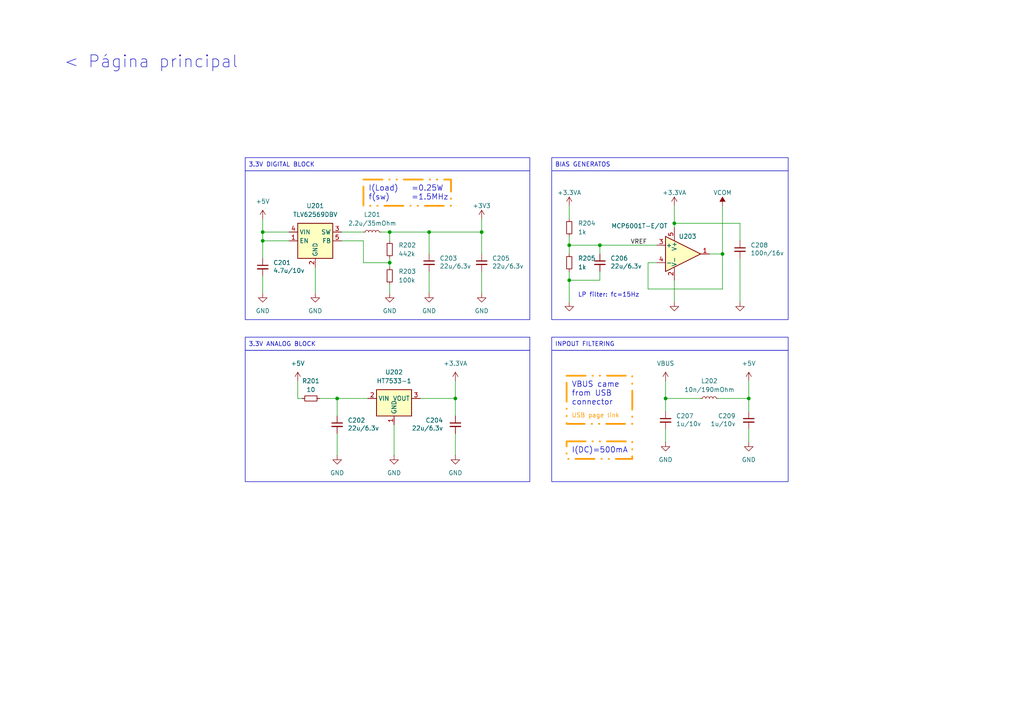
<source format=kicad_sch>
(kicad_sch (version 20250114) (generator "eeschema") (generator_version "9.0")
  (paper "A4")
  (title_block (title "Miced Signal demo board"))
  (lib_symbols
    (symbol "+3.3VA_1" (power) (pin_numbers (hide yes)) (pin_names (offset 0) (hide yes))
      (property "Value" "+3.3VA" (at 0 3.556 0))
      (symbol "+3.3VA_1_0_1"
        (polyline (pts (xy -0.762 1.27) (xy 0 2.54)))
        (polyline (pts (xy 0 2.54) (xy 0.762 1.27)))
        (polyline (pts (xy 0 0) (xy 0 2.54)))
      )
      (symbol "+3.3VA_1_1_1"
        (pin power_in line (at 0 0 90) (length 0) (name "~") (number "1"))
      )
    )
    (symbol "Amplifier_Operational:MCP6001-OT" (pin_names (offset 0.127))
      (property "Reference" "U" (at -1.27 6.35 0))
      (property "Value" "MCP6001-OT" (at -1.27 3.81 0))
      (symbol "MCP6001-OT_0_1"
        (polyline (pts (xy -5.08 5.08) (xy 5.08 0) (xy -5.08 -5.08) (xy -5.08 5.08)) (stroke (width 0.254)) (fill (type background)))
        (pin power_in line (at -2.54 7.62 270) (length 3.81) (name "V+") (number "5"))
        (pin power_in line (at -2.54 -7.62 90) (length 3.81) (name "V-") (number "2"))
      )
      (symbol "MCP6001-OT_1_1"
        (pin input line (at -7.62 2.54 0) (length 2.54) (name "+") (number "3"))
        (pin input line (at -7.62 -2.54 0) (length 2.54) (name "-") (number "4"))
        (pin output line (at 7.62 0 180) (length 2.54) (name "~") (number "1"))
      )
    )
    (symbol "Device:C_Small" (pin_numbers (hide yes)) (pin_names (offset 0.254) (hide yes))
      (property "Reference" "C" (at 0.254 1.778 0))
      (property "Value" "C_Small" (at 0.254 -2.032 0))
      (symbol "C_Small_0_1"
        (polyline (pts (xy -1.524 0.508) (xy 1.524 0.508)) (stroke (width 0.3048)))
        (polyline (pts (xy -1.524 -0.508) (xy 1.524 -0.508)) (stroke (width 0.3302)))
      )
      (symbol "C_Small_1_1"
        (pin passive line (at 0 2.54 270) (length 2.032) (name "~") (number "1"))
        (pin passive line (at 0 -2.54 90) (length 2.032) (name "~") (number "2"))
      )
    )
    (symbol "Device:L_Small" (pin_numbers (hide yes)) (pin_names (offset 0.254) (hide yes))
      (property "Reference" "L" (at 0.762 1.016 0))
      (property "Value" "L_Small" (at 0.762 -1.016 0))
      (symbol "L_Small_0_1"
        (arc (start 0 2.032) (mid 0.5058 1.524) (end 0 1.016))
        (arc (start 0 1.016) (mid 0.5058 0.508) (end 0 0))
        (arc (start 0 0) (mid 0.5058 -0.508) (end 0 -1.016))
        (arc (start 0 -1.016) (mid 0.5058 -1.524) (end 0 -2.032))
      )
      (symbol "L_Small_1_1"
        (pin passive line (at 0 2.54 270) (length 0.508) (name "~") (number "1"))
        (pin passive line (at 0 -2.54 90) (length 0.508) (name "~") (number "2"))
      )
    )
    (symbol "Device:R_Small" (pin_numbers (hide yes)) (pin_names (offset 0.254) (hide yes))
      (property "Reference" "R" (at 0.762 0.508 0))
      (property "Value" "R_Small" (at 0.762 -1.016 0))
      (symbol "R_Small_0_1"
        (rectangle (start -0.762 1.778) (end 0.762 -1.778) (stroke (width 0.2032)))
      )
      (symbol "R_Small_1_1"
        (pin passive line (at 0 2.54 270) (length 0.762) (name "~") (number "1"))
        (pin passive line (at 0 -2.54 90) (length 0.762) (name "~") (number "2"))
      )
    )
    (symbol "GND_1" (power) (pin_numbers (hide yes)) (pin_names (offset 0) (hide yes))
      (property "Value" "GND" (at 0 -3.81 0))
      (symbol "GND_1_0_1"
        (polyline (pts (xy 0 0) (xy 0 -1.27) (xy 1.27 -1.27) (xy 0 -2.54) (xy -1.27 -1.27) (xy 0 -1.27)))
      )
      (symbol "GND_1_1_1"
        (pin power_in line (at 0 0 270) (length 0) (name "~") (number "1"))
      )
    )
    (symbol "GND_2" (power) (pin_numbers (hide yes)) (pin_names (offset 0) (hide yes))
      (property "Value" "GND" (at 0 -3.81 0))
      (symbol "GND_2_0_1"
        (polyline (pts (xy 0 0) (xy 0 -1.27) (xy 1.27 -1.27) (xy 0 -2.54) (xy -1.27 -1.27) (xy 0 -1.27)))
      )
      (symbol "GND_2_1_1"
        (pin power_in line (at 0 0 270) (length 0) (name "~") (number "1"))
      )
    )
    (symbol "GND_3" (power) (pin_numbers (hide yes)) (pin_names (offset 0) (hide yes))
      (property "Value" "GND" (at 0 -3.81 0))
      (symbol "GND_3_0_1"
        (polyline (pts (xy 0 0) (xy 0 -1.27) (xy 1.27 -1.27) (xy 0 -2.54) (xy -1.27 -1.27) (xy 0 -1.27)))
      )
      (symbol "GND_3_1_1"
        (pin power_in line (at 0 0 270) (length 0) (name "~") (number "1"))
      )
    )
    (symbol "GND_4" (power) (pin_numbers (hide yes)) (pin_names (offset 0) (hide yes))
      (property "Value" "GND" (at 0 -3.81 0))
      (symbol "GND_4_0_1"
        (polyline (pts (xy 0 0) (xy 0 -1.27) (xy 1.27 -1.27) (xy 0 -2.54) (xy -1.27 -1.27) (xy 0 -1.27)))
      )
      (symbol "GND_4_1_1"
        (pin power_in line (at 0 0 270) (length 0) (name "~") (number "1"))
      )
    )
    (symbol "Regulator_Linear:HT75xx-1-SOT89"
      (property "Reference" "U" (at -5.08 -3.81 0))
      (property "Value" "HT75xx-1-SOT89" (at 0 6.35 0))
      (symbol "HT75xx-1-SOT89_0_1"
        (rectangle (start -5.08 5.08) (end 5.08 -2.54) (stroke (width 0.254)) (fill (type background)))
      )
      (symbol "HT75xx-1-SOT89_1_1"
        (pin power_in line (at -7.62 2.54 0) (length 2.54) (name "VIN") (number "2"))
        (pin power_in line (at 0 -5.08 90) (length 2.54) (name "GND") (number "1"))
        (pin power_out line (at 7.62 2.54 180) (length 2.54) (name "VOUT") (number "3"))
      )
    )
    (symbol "Regulator_Switching:TLV62569DBV"
      (property "Reference" "U201" (at 0 10.16 0))
      (property "Value" "TLV62569DBV" (at 0 7.62 0))
      (symbol "TLV62569DBV_0_1"
        (rectangle (start -5.08 5.08) (end 5.08 -5.08) (stroke (width 0.254)) (fill (type background)))
      )
      (symbol "TLV62569DBV_1_1"
        (pin power_in line (at -7.62 2.54 0) (length 2.54) (name "VIN") (number "4"))
        (pin input line (at -7.62 0 0) (length 2.54) (name "EN") (number "1"))
        (pin power_in line (at 0 -7.62 90) (length 2.54) (name "GND") (number "2"))
        (pin power_out line (at 7.62 2.54 180) (length 2.54) (name "SW") (number "3"))
        (pin input line (at 7.62 0 180) (length 2.54) (name "FB") (number "5"))
      )
    )
    (symbol "power:+3.3VA" (power) (pin_names (offset 0))
      (property "Value" "+3.3VA" (at 0 3.556 0))
      (symbol "+3.3VA_0_1"
        (polyline (pts (xy -0.762 1.27) (xy 0 2.54)))
        (polyline (pts (xy 0 2.54) (xy 0.762 1.27)))
        (polyline (pts (xy 0 0) (xy 0 2.54)))
      )
      (symbol "+3.3VA_1_1"
        (pin power_in line (at 0 0 90) (length 0) (hide yes) (name "+3.3VA") (number "1"))
      )
    )
    (symbol "power:+3V3" (power) (pin_names (offset 0))
      (property "Value" "+3V3" (at 0 3.556 0))
      (symbol "+3V3_0_1"
        (polyline (pts (xy -0.762 1.27) (xy 0 2.54)))
        (polyline (pts (xy 0 2.54) (xy 0.762 1.27)))
        (polyline (pts (xy 0 0) (xy 0 2.54)))
      )
      (symbol "+3V3_1_1"
        (pin power_in line (at 0 0 90) (length 0) (hide yes) (name "+3V3") (number "1"))
      )
    )
    (symbol "power:+5V" (power) (pin_numbers (hide yes)) (pin_names (offset 0) (hide yes))
      (property "Value" "+5V" (at 0 3.556 0))
      (symbol "+5V_0_1"
        (polyline (pts (xy -0.762 1.27) (xy 0 2.54)))
        (polyline (pts (xy 0 2.54) (xy 0.762 1.27)))
        (polyline (pts (xy 0 0) (xy 0 2.54)))
      )
      (symbol "+5V_1_1"
        (pin power_in line (at 0 0 90) (length 0) (name "~") (number "1"))
      )
    )
    (symbol "power:GND" (power) (pin_names (offset 0))
      (property "Value" "GND" (at 0 -3.81 0))
      (symbol "GND_0_1"
        (polyline (pts (xy 0 0) (xy 0 -1.27) (xy 1.27 -1.27) (xy 0 -2.54) (xy -1.27 -1.27) (xy 0 -1.27)))
      )
      (symbol "GND_1_1"
        (pin power_in line (at 0 0 270) (length 0) (hide yes) (name "GND") (number "1"))
      )
    )
    (symbol "power:VBUS" (power) (pin_numbers (hide yes)) (pin_names (offset 0) (hide yes))
      (property "Value" "VBUS" (at 0 3.556 0))
      (symbol "VBUS_0_1"
        (polyline (pts (xy -0.762 1.27) (xy 0 2.54)))
        (polyline (pts (xy 0 2.54) (xy 0.762 1.27)))
        (polyline (pts (xy 0 0) (xy 0 2.54)))
      )
      (symbol "VBUS_1_1"
        (pin power_in line (at 0 0 90) (length 0) (name "~") (number "1"))
      )
    )
    (symbol "power:VCOM" (power) (pin_names (offset 0))
      (property "Value" "VCOM" (at 0 3.81 0))
      (symbol "VCOM_0_1"
        (polyline (pts (xy 0 0) (xy 0 2.54)))
        (polyline (pts (xy 0.762 1.27) (xy -0.762 1.27) (xy 0 2.54) (xy 0.762 1.27)) (fill (type outline)))
      )
      (symbol "VCOM_1_1"
        (pin power_in line (at 0 0 90) (length 0) (hide yes) (name "VCOM") (number "1"))
      )
    )
  )
  (rectangle (start 160.02 101.6) (end 228.6 139.7))
  (rectangle (start 71.12 49.53) (end 153.67 92.71))
  (rectangle (start 160.02 49.53) (end 228.6 92.71))
  (rectangle (start 71.12 101.6) (end 153.67 139.7))
  (text "LP filter: fc=15Hz" (at 167.64 86.36 0) (effects (font (size 1.27 1.27)) (justify left bottom)))
  (text "USB page link" (at 172.72 120.65 0) (effects (font (size 1.27 1.27))))
  (text_box "3.3V DIGITAL BLOCK" (at 71.12 45.72 0) (size 82.55 3.81) (margins 0.9525 0.9525 0.9525 0.9525) (effects (font (size 1.27 1.27)) (justify left)))
  (text_box "< Página principal" (at 12.7 12.7 0) (size 62.23 10.16) (margins 2.6249 2.6249 2.6249 2.6249) (stroke (width -0.0001)) (effects (font (size 3.5 3.5))))
  (text_box "BIAS GENERATOS" (at 160.02 45.72 0) (size 68.58 3.81) (margins 0.9525 0.9525 0.9525 0.9525) (effects (font (size 1.27 1.27)) (justify left)))
  (text_box "3.3V ANALOG BLOCK" (at 71.12 97.79 0) (size 82.55 3.81) (margins 0.9525 0.9525 0.9525 0.9525) (effects (font (size 1.27 1.27)) (justify left)))
  (text_box "VBUS came from USB connector" (at 164.338 108.966 0) (size 19.05 13.97) (margins 1.45 1.45 1.45 1.45) (stroke (width 0.5) (type dash_dot_dot) (color 255 153 0 1)) (effects (font (size 1.6 1.6)) (justify left top)))
  (text_box "I(DC)=500mA" (at 164.338 128.016 0) (size 19.05 5.08) (margins 1.45 1.45 1.45 1.45) (stroke (width 0.5) (type dash_dot_dot) (color 255 153 0 1)) (effects (font (size 1.6 1.6)) (justify left top)))
  (text_box "INPOUT FILTERING" (at 160.02 97.79 0) (size 68.58 3.81) (margins 0.9525 0.9525 0.9525 0.9525) (effects (font (size 1.27 1.27)) (justify left)))
  (text_box "I(Load)	=0.25W\nf(sw)	=1.5MHz" (at 105.41 52.07 0) (size 25.4 7.62) (margins 1.45 1.45 1.45 1.45) (stroke (width 0.5) (type dash_dot_dot) (color 255 153 0 1)) (effects (font (size 1.6 1.6)) (justify left top)))
  (junction (at 195.58 64.77))
  (junction (at 76.2 69.85))
  (junction (at 173.99 71.12))
  (junction (at 139.7 67.31))
  (junction (at 217.17 115.57))
  (junction (at 209.55 73.66))
  (junction (at 113.03 67.31))
  (junction (at 132.08 115.57))
  (junction (at 76.2 67.31))
  (junction (at 97.79 115.57))
  (junction (at 124.46 67.31))
  (junction (at 193.04 115.57))
  (junction (at 165.1 81.28))
  (junction (at 165.1 71.12))
  (junction (at 113.03 76.2))
  (wire (pts (xy 97.79 125.73) (xy 97.79 132.08)))
  (wire (pts (xy 195.58 87.63) (xy 195.58 81.28)))
  (wire (pts (xy 187.96 76.2) (xy 187.96 83.82)))
  (wire (pts (xy 195.58 59.69) (xy 195.58 64.77)))
  (wire (pts (xy 97.79 120.65) (xy 97.79 115.57)))
  (wire (pts (xy 76.2 69.85) (xy 83.82 69.85)))
  (wire (pts (xy 217.17 115.57) (xy 217.17 119.38)))
  (wire (pts (xy 132.08 115.57) (xy 132.08 120.65)))
  (wire (pts (xy 113.03 74.93) (xy 113.03 76.2)))
  (wire (pts (xy 139.7 63.5) (xy 139.7 67.31)))
  (wire (pts (xy 113.03 82.55) (xy 113.03 85.09)))
  (wire (pts (xy 121.92 115.57) (xy 132.08 115.57)))
  (wire (pts (xy 139.7 67.31) (xy 124.46 67.31)))
  (wire (pts (xy 92.71 115.57) (xy 97.79 115.57)))
  (wire (pts (xy 76.2 74.93) (xy 76.2 69.85)))
  (wire (pts (xy 113.03 76.2) (xy 113.03 77.47)))
  (wire (pts (xy 214.63 74.93) (xy 214.63 87.63)))
  (wire (pts (xy 97.79 115.57) (xy 106.68 115.57)))
  (wire (pts (xy 217.17 110.49) (xy 217.17 115.57)))
  (wire (pts (xy 209.55 73.66) (xy 209.55 83.82)))
  (wire (pts (xy 187.96 83.82) (xy 209.55 83.82)))
  (wire (pts (xy 99.06 69.85) (xy 105.41 69.85)))
  (wire (pts (xy 165.1 68.58) (xy 165.1 71.12)))
  (wire (pts (xy 165.1 87.63) (xy 165.1 81.28)))
  (wire (pts (xy 139.7 85.09) (xy 139.7 78.74)))
  (wire (pts (xy 165.1 59.69) (xy 165.1 63.5)))
  (wire (pts (xy 76.2 63.5) (xy 76.2 67.31)))
  (wire (pts (xy 110.49 67.31) (xy 113.03 67.31)))
  (wire (pts (xy 99.06 67.31) (xy 105.41 67.31)))
  (wire (pts (xy 165.1 71.12) (xy 173.99 71.12)))
  (wire (pts (xy 193.04 110.49) (xy 193.04 115.57)))
  (wire (pts (xy 173.99 81.28) (xy 165.1 81.28)))
  (wire (pts (xy 165.1 71.12) (xy 165.1 73.66)))
  (wire (pts (xy 91.44 77.47) (xy 91.44 85.09)))
  (wire (pts (xy 165.1 78.74) (xy 165.1 81.28)))
  (wire (pts (xy 209.55 73.66) (xy 205.74 73.66)))
  (wire (pts (xy 173.99 71.12) (xy 173.99 73.66)))
  (wire (pts (xy 76.2 80.01) (xy 76.2 85.09)))
  (wire (pts (xy 208.28 115.57) (xy 217.17 115.57)))
  (wire (pts (xy 195.58 64.77) (xy 195.58 66.04)))
  (wire (pts (xy 173.99 78.74) (xy 173.99 81.28)))
  (wire (pts (xy 86.36 110.49) (xy 86.36 115.57)))
  (wire (pts (xy 124.46 67.31) (xy 113.03 67.31)))
  (wire (pts (xy 132.08 110.49) (xy 132.08 115.57)))
  (wire (pts (xy 124.46 73.66) (xy 124.46 67.31)))
  (wire (pts (xy 193.04 115.57) (xy 203.2 115.57)))
  (wire (pts (xy 193.04 119.38) (xy 193.04 115.57)))
  (wire (pts (xy 114.3 123.19) (xy 114.3 132.08)))
  (wire (pts (xy 190.5 76.2) (xy 187.96 76.2)))
  (wire (pts (xy 209.55 59.69) (xy 209.55 73.66)))
  (wire (pts (xy 132.08 125.73) (xy 132.08 132.08)))
  (wire (pts (xy 105.41 69.85) (xy 105.41 76.2)))
  (wire (pts (xy 173.99 71.12) (xy 190.5 71.12)))
  (wire (pts (xy 214.63 64.77) (xy 195.58 64.77)))
  (wire (pts (xy 86.36 115.57) (xy 87.63 115.57)))
  (wire (pts (xy 76.2 69.85) (xy 76.2 67.31)))
  (wire (pts (xy 76.2 67.31) (xy 83.82 67.31)))
  (wire (pts (xy 113.03 67.31) (xy 113.03 69.85)))
  (wire (pts (xy 193.04 124.46) (xy 193.04 128.27)))
  (wire (pts (xy 214.63 69.85) (xy 214.63 64.77)))
  (wire (pts (xy 105.41 76.2) (xy 113.03 76.2)))
  (wire (pts (xy 217.17 124.46) (xy 217.17 128.27)))
  (wire (pts (xy 139.7 73.66) (xy 139.7 67.31)))
  (wire (pts (xy 124.46 78.74) (xy 124.46 85.09)))
  (label "VREF" (at 182.88 71.12 0))
  (symbol (lib_id "Regulator_Switching:TLV62569DBV") (at 91.44 69.85 0) (unit 1)
    (property "Reference" "U201" (at 91.44 59.69 0))
    (property "Value" "TLV62569DBV" (at 91.44 62.23 0))
    (property "Footprint" "Package_TO_SOT_SMD:SOT-23-5" (effects (hide yes)))
    (property "Datasheet" "http://www.ti.com/lit/ds/symlink/tlv62569.pdf" (effects (hide yes)))
  )
  (symbol (lib_id "power:+3.3VA") (at 195.58 59.69 0) (unit 1)
    (property "Reference" "#PWR0217" (effects (hide yes)))
    (property "Value" "+3.3VA" (at 195.58 55.88 0))
  )
  (symbol (lib_name "GND_1") (lib_id "power:GND") (at 76.2 85.09 0) (unit 1)
    (property "Reference" "#PWR0202" (effects (hide yes)))
    (property "Value" "GND" (at 76.2 90.17 0))
    (property "Description" "Power symbol creates a global label with name \"GND\" , ground" (effects (hide yes)))
  )
  (symbol (lib_id "Device:R_Small") (at 113.03 72.39 0) (unit 1)
    (property "Reference" "R202" (at 115.57 71.1199 0) (effects (justify left)))
    (property "Value" "442k" (at 115.57 73.6599 0) (effects (justify left)))
    (property "Footprint" "Resistor_SMD:R_0402_1005Metric" (effects (hide yes)))
    (property "Description" "Resistor, small symbol" (effects (hide yes)))
  )
  (symbol (lib_id "Regulator_Linear:HT75xx-1-SOT89") (at 114.3 118.11 0) (unit 1)
    (property "Reference" "U202" (at 114.3 107.95 0))
    (property "Value" "HT7533-1" (at 114.3 110.49 0))
    (property "Footprint" "Package_TO_SOT_SMD:SOT-89-3" (effects (hide yes)))
    (property "Datasheet" "https://www.holtek.com/documents/10179/116711/HT75xx-1v250.pdf" (effects (hide yes)))
  )
  (symbol (lib_name "GND_1") (lib_id "power:GND") (at 139.7 85.09 0) (unit 1)
    (property "Reference" "#PWR0212" (effects (hide yes)))
    (property "Value" "GND" (at 139.7 90.17 0))
    (property "Description" "Power symbol creates a global label with name \"GND\" , ground" (effects (hide yes)))
  )
  (symbol (lib_id "power:GND") (at 214.63 87.63 0) (unit 1)
    (property "Reference" "#PWR0220" (effects (hide yes)))
    (property "Value" "GND" (effects (hide yes)))
  )
  (symbol (lib_id "power:GND") (at 195.58 87.63 0) (unit 1)
    (property "Reference" "#PWR0218" (effects (hide yes)))
    (property "Value" "GND" (effects (hide yes)))
  )
  (symbol (lib_id "Device:R_Small") (at 113.03 80.01 0) (unit 1)
    (property "Reference" "R203" (at 115.57 78.7399 0) (effects (justify left)))
    (property "Value" "100k" (at 115.57 81.2799 0) (effects (justify left)))
    (property "Footprint" "Resistor_SMD:R_0402_1005Metric" (effects (hide yes)))
    (property "Description" "Resistor, small symbol" (effects (hide yes)))
  )
  (symbol (lib_id "power:+3.3VA") (at 165.1 59.69 0) (unit 1)
    (property "Reference" "#PWR0213" (effects (hide yes)))
    (property "Value" "+3.3VA" (at 165.1 55.88 0))
  )
  (symbol (lib_id "Device:C_Small") (at 139.7 76.2 0) (mirror y) (unit 1)
    (property "Reference" "C205" (at 142.748 74.93 0) (effects (justify right)))
    (property "Value" "22u/6.3v" (at 142.748 77.216 0) (effects (justify right)))
    (property "Footprint" "Capacitor_SMD:C_0402_1005Metric_Pad0.74x0.62mm_HandSolder" (effects (hide yes)))
    (property "Datasheet" "https://search.murata.co.jp/Ceramy/image/img/A01X/G101/ENG/GRJ155R60J106ME11-01.pdf" (effects (hide yes)))
    (property "Description" "X5R 20%" (effects (hide yes)))
    (property "MANF_NAME" "Murata" (effects (hide yes)))
    (property "PART_NUMBER" "GRJ155R60J106ME11D" (effects (hide yes)))
    (property "Provider" "https://www.digikey.es/es/products/detail/murata-electronics/GRJ155R60J106ME11D/5877374?s=N4IgTCBcDaIOICUBSBGArGhA2ADKnWAsgKIooAiIAugL5A" (effects (hide yes)))
  )
  (symbol (lib_id "power:VCOM") (at 209.55 59.69 0) (unit 1)
    (property "Reference" "#PWR0219" (effects (hide yes)))
    (property "Value" "VCOM" (at 209.55 55.88 0))
  )
  (symbol (lib_id "power:+3V3") (at 139.7 63.5 0) (unit 1)
    (property "Reference" "#PWR0211" (effects (hide yes)))
    (property "Value" "+3V3" (at 139.7 59.69 0))
  )
  (symbol (lib_id "Device:C_Small") (at 217.17 121.92 0) (mirror y) (unit 1)
    (property "Reference" "C209" (at 213.36 120.65 0) (effects (justify left)))
    (property "Value" "1u/10v" (at 213.36 122.936 0) (effects (justify left)))
    (property "Footprint" "Capacitor_SMD:C_0402_1005Metric_Pad0.74x0.62mm_HandSolder" (effects (hide yes)))
    (property "Datasheet" "https://mm.digikey.com/Volume0/opasdata/d220001/medias/docus/609/CL05B104KP5NNNC_Spec.pdf" (effects (hide yes)))
    (property "Description" "X7R 10%" (effects (hide yes)))
    (property "MANF_NAME" "Murata" (effects (hide yes)))
    (property "PART_NUMBER" "CL05B104KP5NNNC" (effects (hide yes)))
    (property "Provider" "https://www.digikey.es/es/products/detail/samsung-electro-mechanics/CL05B104KP5NNNC/3886660" (effects (hide yes)))
  )
  (symbol (lib_id "Device:C_Small") (at 97.79 123.19 0) (mirror y) (unit 1)
    (property "Reference" "C202" (at 100.838 121.92 0) (effects (justify right)))
    (property "Value" "22u/6.3v" (at 100.838 124.206 0) (effects (justify right)))
    (property "Footprint" "Capacitor_SMD:C_0402_1005Metric_Pad0.74x0.62mm_HandSolder" (effects (hide yes)))
    (property "Datasheet" "https://search.murata.co.jp/Ceramy/image/img/A01X/G101/ENG/GRJ155R60J106ME11-01.pdf" (effects (hide yes)))
    (property "Description" "X5R 20%" (effects (hide yes)))
    (property "MANF_NAME" "Murata" (effects (hide yes)))
    (property "PART_NUMBER" "GRJ155R60J106ME11D" (effects (hide yes)))
    (property "Provider" "https://www.digikey.es/es/products/detail/murata-electronics/GRJ155R60J106ME11D/5877374?s=N4IgTCBcDaIOICUBSBGArGhA2ADKnWAsgKIooAiIAugL5A" (effects (hide yes)))
  )
  (symbol (lib_name "GND_3") (lib_id "power:GND") (at 97.79 132.08 0) (unit 1)
    (property "Reference" "#PWR0205" (effects (hide yes)))
    (property "Value" "GND" (at 97.79 137.16 0))
    (property "Description" "Power symbol creates a global label with name \"GND\" , ground" (effects (hide yes)))
  )
  (symbol (lib_name "GND_1") (lib_id "power:GND") (at 113.03 85.09 0) (unit 1)
    (property "Reference" "#PWR0206" (effects (hide yes)))
    (property "Value" "GND" (at 113.03 90.17 0))
    (property "Description" "Power symbol creates a global label with name \"GND\" , ground" (effects (hide yes)))
  )
  (symbol (lib_name "GND_4") (lib_id "power:GND") (at 114.3 132.08 0) (unit 1)
    (property "Reference" "#PWR0207" (effects (hide yes)))
    (property "Value" "GND" (at 114.3 137.16 0))
    (property "Description" "Power symbol creates a global label with name \"GND\" , ground" (effects (hide yes)))
  )
  (symbol (lib_id "Device:R_Small") (at 165.1 76.2 0) (unit 1)
    (property "Reference" "R205" (at 167.64 74.9299 0) (effects (justify left)))
    (property "Value" "1k" (at 167.64 77.4699 0) (effects (justify left)))
    (property "Footprint" "Resistor_SMD:R_0402_1005Metric" (effects (hide yes)))
    (property "Datasheet" "https://industrial.panasonic.com/cdbs/www-data/pdf/RDA0000/AOA0000C304.pdf" (effects (hide yes)))
    (property "Description" "1/10W" (effects (hide yes)))
    (property "MANF_NAME" "Panasonic" (effects (hide yes)))
    (property "PART_NUMBER" "ERJ-2RKF1001X" (effects (hide yes)))
    (property "Provider" "https://www.digikey.es/es/products/detail/panasonic-electronic-components/ERJ-2RKF1001X/79729" (effects (hide yes)))
  )
  (symbol (lib_name "GND_1") (lib_id "power:GND") (at 91.44 85.09 0) (unit 1)
    (property "Reference" "#PWR0204" (effects (hide yes)))
    (property "Value" "GND" (at 91.44 90.17 0))
    (property "Description" "Power symbol creates a global label with name \"GND\" , ground" (effects (hide yes)))
  )
  (symbol (lib_id "Device:C_Small") (at 214.63 72.39 0) (mirror y) (unit 1)
    (property "Reference" "C208" (at 217.678 71.12 0) (effects (justify right)))
    (property "Value" "100n/16v" (at 217.678 73.406 0) (effects (justify right)))
    (property "Footprint" "Capacitor_SMD:C_0402_1005Metric_Pad0.74x0.62mm_HandSolder" (effects (hide yes)))
    (property "Datasheet" "https://search.murata.co.jp/Ceramy/image/img/A01X/G101/ENG/GRM155R71C104KA88-01.pdf" (effects (hide yes)))
    (property "Description" "X7R 10%" (effects (hide yes)))
    (property "MANF_NAME" "Murata" (effects (hide yes)))
    (property "PART_NUMBER" "GRM155R71C104KA88J" (effects (hide yes)))
    (property "Provider" "https://www.digikey.es/es/products/detail/murata-electronics/GRM155R71C104KA88J/2610892" (effects (hide yes)))
  )
  (symbol (lib_name "GND_1") (lib_id "power:GND") (at 217.17 128.27 0) (unit 1)
    (property "Reference" "#PWR0222" (effects (hide yes)))
    (property "Value" "GND" (at 217.17 133.35 0))
    (property "Description" "Power symbol creates a global label with name \"GND\" , ground" (effects (hide yes)))
  )
  (symbol (lib_id "Device:L_Small") (at 107.95 67.31 90) (unit 1)
    (property "Reference" "L201" (at 107.95 62.23 90))
    (property "Value" "2.2u/35mOhm" (at 107.95 64.77 90))
    (property "Footprint" "basic_proyect:IND_ASPI-0530HI-2R2M-T2" (effects (hide yes)))
    (property "Datasheet" "https://abracon.com/Magnetics/power/ASPI-0530HI.pdf" (effects (hide yes)))
    (property "Description" "Inductor, small symbol" (effects (hide yes)))
    (property "MANF_NAME" "Abracon LLC" (effects (hide yes)))
    (property "PART_NUMBER" "ASPI-0530HI-2R2M-T2" (effects (hide yes)))
    (property "Provider" "https://www.digikey.es/es/products/detail/abracon-llc/ASPI-0530HI-2R2M-T2/3059590?s=N4IgTCBcDaIIIGUAKBJAtABgKwGYMAl0wAlMAWTQBUIBdAXyA" (effects (hide yes)))
  )
  (symbol (lib_id "Amplifier_Operational:MCP6001-OT") (at 198.12 73.66 0) (unit 1)
    (property "Reference" "U203" (at 196.85 68.58 0) (effects (justify left)))
    (property "Value" "MCP6001T-E/OT" (at 177.292 65.532 0) (effects (justify left)))
    (property "Footprint" "Package_TO_SOT_SMD:SOT-23-5" (effects (hide yes)))
    (property "Datasheet" "http://ww1.microchip.com/downloads/en/DeviceDoc/21733j.pdf" (effects (hide yes)))
    (property "MANF_NAME" "Microchip" (effects (hide yes)))
    (property "PART_NUMBER" "MCP6001T-E/OT" (effects (hide yes)))
    (property "Provider" "https://www.digikey.es/es/products/detail/microchip-technology/MCP6001T-E-OT/683193" (effects (hide yes)))
  )
  (symbol (lib_id "power:VBUS") (at 193.04 110.49 0) (unit 1)
    (property "Reference" "#PWR0215" (effects (hide yes)))
    (property "Value" "VBUS" (at 193.04 105.41 0))
    (property "Description" "Power symbol creates a global label with name \"VBUS\"" (effects (hide yes)))
  )
  (symbol (lib_name "GND_2") (lib_id "power:GND") (at 124.46 85.09 0) (unit 1)
    (property "Reference" "#PWR0208" (effects (hide yes)))
    (property "Value" "GND" (at 124.46 90.17 0))
    (property "Description" "Power symbol creates a global label with name \"GND\" , ground" (effects (hide yes)))
  )
  (symbol (lib_name "GND_1") (lib_id "power:GND") (at 193.04 128.27 0) (unit 1)
    (property "Reference" "#PWR0216" (effects (hide yes)))
    (property "Value" "GND" (at 193.04 133.35 0))
    (property "Description" "Power symbol creates a global label with name \"GND\" , ground" (effects (hide yes)))
  )
  (symbol (lib_id "Device:C_Small") (at 193.04 121.92 0) (mirror y) (unit 1)
    (property "Reference" "C207" (at 196.088 120.65 0) (effects (justify right)))
    (property "Value" "1u/10v" (at 196.088 122.936 0) (effects (justify right)))
    (property "Footprint" "Capacitor_SMD:C_0402_1005Metric_Pad0.74x0.62mm_HandSolder" (effects (hide yes)))
    (property "Datasheet" "https://mm.digikey.com/Volume0/opasdata/d220001/medias/docus/609/CL05B104KP5NNNC_Spec.pdf" (effects (hide yes)))
    (property "Description" "X7R 10%" (effects (hide yes)))
    (property "MANF_NAME" "Murata" (effects (hide yes)))
    (property "PART_NUMBER" "CL05B104KP5NNNC" (effects (hide yes)))
    (property "Provider" "https://www.digikey.es/es/products/detail/samsung-electro-mechanics/CL05B104KP5NNNC/3886660" (effects (hide yes)))
  )
  (symbol (lib_id "Device:R_Small") (at 165.1 66.04 0) (unit 1)
    (property "Reference" "R204" (at 167.64 64.7699 0) (effects (justify left)))
    (property "Value" "1k" (at 167.64 67.3099 0) (effects (justify left)))
    (property "Footprint" "Resistor_SMD:R_0402_1005Metric" (effects (hide yes)))
    (property "Datasheet" "https://industrial.panasonic.com/cdbs/www-data/pdf/RDA0000/AOA0000C304.pdf" (effects (hide yes)))
    (property "Description" "1/10W" (effects (hide yes)))
    (property "MANF_NAME" "Panasonic" (effects (hide yes)))
    (property "PART_NUMBER" "ERJ-2RKF1001X" (effects (hide yes)))
    (property "Provider" "https://www.digikey.es/es/products/detail/panasonic-electronic-components/ERJ-2RKF1001X/79729" (effects (hide yes)))
  )
  (symbol (lib_id "power:+5V") (at 217.17 110.49 0) (unit 1)
    (property "Reference" "#PWR0221" (effects (hide yes)))
    (property "Value" "+5V" (at 217.17 105.41 0))
    (property "Description" "Power symbol creates a global label with name \"+5V\"" (effects (hide yes)))
  )
  (symbol (lib_id "Device:C_Small") (at 124.46 76.2 0) (mirror y) (unit 1)
    (property "Reference" "C203" (at 127.508 74.93 0) (effects (justify right)))
    (property "Value" "22u/6.3v" (at 127.508 77.216 0) (effects (justify right)))
    (property "Footprint" "Capacitor_SMD:C_0402_1005Metric_Pad0.74x0.62mm_HandSolder" (effects (hide yes)))
    (property "Datasheet" "https://search.murata.co.jp/Ceramy/image/img/A01X/G101/ENG/GRJ155R60J106ME11-01.pdf" (effects (hide yes)))
    (property "Description" "X5R 20%" (effects (hide yes)))
    (property "MANF_NAME" "Murata" (effects (hide yes)))
    (property "PART_NUMBER" "GRJ155R60J106ME11D" (effects (hide yes)))
    (property "Provider" "https://www.digikey.es/es/products/detail/murata-electronics/GRJ155R60J106ME11D/5877374?s=N4IgTCBcDaIOICUBSBGArGhA2ADKnWAsgKIooAiIAugL5A" (effects (hide yes)))
  )
  (symbol (lib_name "GND_1") (lib_id "power:GND") (at 132.08 132.08 0) (unit 1)
    (property "Reference" "#PWR0210" (effects (hide yes)))
    (property "Value" "GND" (at 132.08 137.16 0))
    (property "Description" "Power symbol creates a global label with name \"GND\" , ground" (effects (hide yes)))
  )
  (symbol (lib_name "+3.3VA_1") (lib_id "power:+3.3VA") (at 132.08 110.49 0) (unit 1)
    (property "Reference" "#PWR0209" (effects (hide yes)))
    (property "Value" "+3.3VA" (at 132.08 105.41 0))
    (property "Description" "Power symbol creates a global label with name \"+3.3VA\"" (effects (hide yes)))
  )
  (symbol (lib_id "Device:C_Small") (at 132.08 123.19 0) (mirror y) (unit 1)
    (property "Reference" "C204" (at 128.524 121.92 0) (effects (justify left)))
    (property "Value" "22u/6.3v" (at 128.524 124.206 0) (effects (justify left)))
    (property "Footprint" "Capacitor_SMD:C_0402_1005Metric_Pad0.74x0.62mm_HandSolder" (effects (hide yes)))
    (property "Datasheet" "https://search.murata.co.jp/Ceramy/image/img/A01X/G101/ENG/GRJ155R60J106ME11-01.pdf" (effects (hide yes)))
    (property "Description" "X5R 20%" (effects (hide yes)))
    (property "MANF_NAME" "Murata" (effects (hide yes)))
    (property "PART_NUMBER" "GRJ155R60J106ME11D" (effects (hide yes)))
    (property "Provider" "https://www.digikey.es/es/products/detail/murata-electronics/GRJ155R60J106ME11D/5877374?s=N4IgTCBcDaIOICUBSBGArGhA2ADKnWAsgKIooAiIAugL5A" (effects (hide yes)))
  )
  (symbol (lib_id "Device:C_Small") (at 173.99 76.2 0) (mirror y) (unit 1)
    (property "Reference" "C206" (at 177.038 74.93 0) (effects (justify right)))
    (property "Value" "22u/6.3v" (at 177.038 77.216 0) (effects (justify right)))
    (property "Footprint" "Capacitor_SMD:C_0402_1005Metric_Pad0.74x0.62mm_HandSolder" (effects (hide yes)))
    (property "Datasheet" "https://search.murata.co.jp/Ceramy/image/img/A01X/G101/ENG/GRJ155R60J106ME11-01.pdf" (effects (hide yes)))
    (property "Description" "X5R 20%" (effects (hide yes)))
    (property "MANF_NAME" "Murata" (effects (hide yes)))
    (property "PART_NUMBER" "GRJ155R60J106ME11D" (effects (hide yes)))
    (property "Provider" "https://www.digikey.es/es/products/detail/murata-electronics/GRJ155R60J106ME11D/5877374?s=N4IgTCBcDaIOICUBSBGArGhA2ADKnWAsgKIooAiIAugL5A" (effects (hide yes)))
  )
  (symbol (lib_id "Device:L_Small") (at 205.74 115.57 90) (unit 1)
    (property "Reference" "L202" (at 205.74 110.49 90))
    (property "Value" "10n/190mOhm" (at 205.74 113.03 90))
    (property "Footprint" "Inductor_SMD:L_0402_1005Metric_Pad0.77x0.64mm_HandSolder" (effects (hide yes)))
    (property "Datasheet" "https://search.murata.co.jp/Ceramy/image/img/P02/JELF243B-9117.pdf" (effects (hide yes)))
    (property "Description" "Inductor, small symbol" (effects (hide yes)))
    (property "MANF_NAME" "Murata" (effects (hide yes)))
    (property "PART_NUMBER" "LQG15WZ10NH02D" (effects (hide yes)))
    (property "Provider" "https://www.digikey.es/es/products/detail/murata-electronics/LQG15WZ10NH02D/6798668" (effects (hide yes)))
  )
  (symbol (lib_id "Device:R_Small") (at 90.17 115.57 90) (unit 1)
    (property "Reference" "R201" (at 90.17 110.49 90))
    (property "Value" "10" (at 90.17 113.03 90))
    (property "Footprint" "Resistor_SMD:R_1206_3216Metric_Pad1.30x1.75mm_HandSolder" (effects (hide yes)))
    (property "Datasheet" "https://www.susumu.co.jp/common/pdf/n_catalog_partition24_en.pdf" (effects (hide yes)))
    (property "Description" "1W 1%" (effects (hide yes)))
    (property "MANF_NAME" "HRG3216Q-10R0-D-T1" (effects (hide yes)))
    (property "PART_NUMBER" "Susumu" (effects (hide yes)))
    (property "Provider" "https://www.digikey.es/es/products/detail/susumu/HRG3216Q-10R0-D-T1/5762551" (effects (hide yes)))
  )
  (symbol (lib_id "power:GND") (at 165.1 87.63 0) (unit 1)
    (property "Reference" "#PWR0214" (effects (hide yes)))
    (property "Value" "GND" (effects (hide yes)))
  )
  (symbol (lib_id "power:+5V") (at 76.2 63.5 0) (unit 1)
    (property "Reference" "#PWR0201" (effects (hide yes)))
    (property "Value" "+5V" (at 76.2 58.42 0))
    (property "Description" "Power symbol creates a global label with name \"+5V\"" (effects (hide yes)))
  )
  (symbol (lib_id "Device:C_Small") (at 76.2 77.47 0) (mirror y) (unit 1)
    (property "Reference" "C201" (at 79.248 76.2 0) (effects (justify right)))
    (property "Value" "4.7u/10v" (at 79.248 78.486 0) (effects (justify right)))
    (property "Footprint" "Capacitor_SMD:C_0402_1005Metric_Pad0.74x0.62mm_HandSolder" (effects (hide yes)))
    (property "Datasheet" "https://product.tdk.com/system/files/dam/doc/product/capacitor/ceramic/mlcc/catalog/mlcc_commercial_general_en.pdf" (effects (hide yes)))
    (property "Description" "X5R 10%" (effects (hide yes)))
    (property "MANF_NAME" "TDK" (effects (hide yes)))
    (property "PART_NUMBER" "C1005X5R1A475K050BC" (effects (hide yes)))
    (property "Provider" "https://www.digikey.es/es/products/detail/tdk-corporation/C1005X5R1A475K050BC/3951056?s=N4IgTCBcDaIMIEYAMSCsANVAlBBBALAOyoDSaSAQnCALoC%2BQA" (effects (hide yes)))
  )
  (symbol (lib_id "power:+5V") (at 86.36 110.49 0) (unit 1)
    (property "Reference" "#PWR0203" (effects (hide yes)))
    (property "Value" "+5V" (at 86.36 105.41 0))
    (property "Description" "Power symbol creates a global label with name \"+5V\"" (effects (hide yes)))
  )
)
</source>
